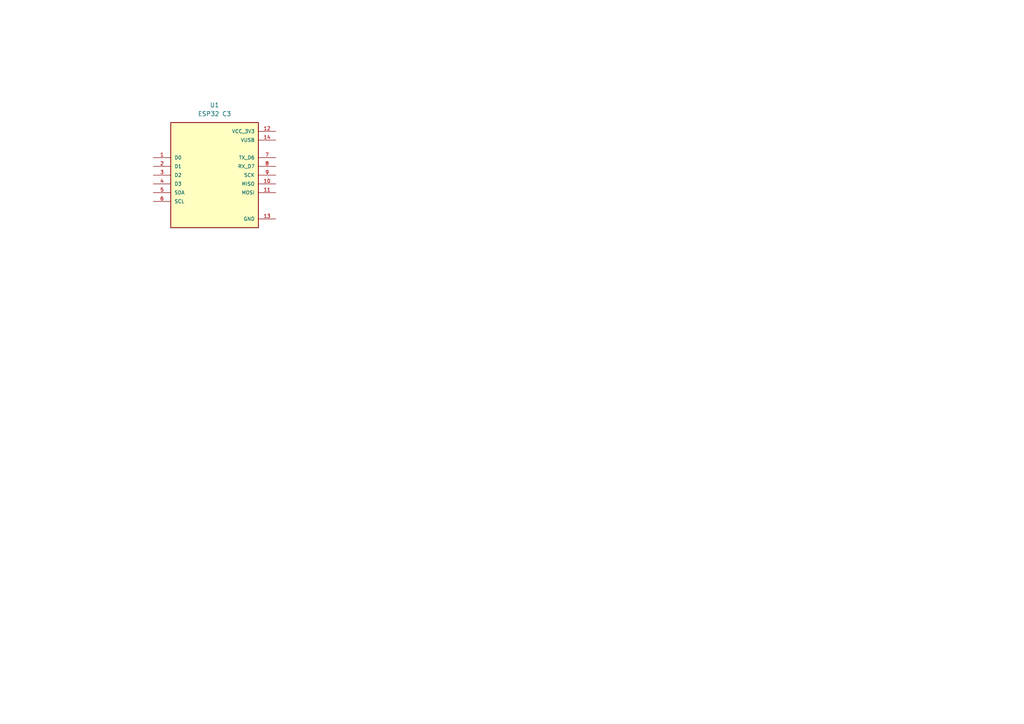
<source format=kicad_sch>
(kicad_sch (version 20250114) (generator "eeschema") (generator_version "9.0")
  (paper "A4")
  (lib_symbols
    (symbol "V2Miteout:ESP32_C3" (pin_names (offset 1.016))
      (property "Reference" "U" (at -12.7 16.002 0))
      (property "Value" "ESP32 C3" (at -12.7 -17.78 0))
      (symbol "ESP32_C3_0_0"
        (rectangle (start -12.7 15.24) (end 12.7 -15.24) (stroke (width 0.254)) (fill (type background)))
        (pin bidirectional line (at -17.78 5.08 0) (length 5.08) (name "D0") (number "1"))
        (pin bidirectional line (at -17.78 2.54 0) (length 5.08) (name "D1") (number "2"))
        (pin bidirectional line (at -17.78 0 0) (length 5.08) (name "D2") (number "3"))
        (pin bidirectional line (at -17.78 -2.54 0) (length 5.08) (name "D3") (number "4"))
        (pin power_in line (at 17.78 12.7 180) (length 5.08) (name "VCC_3V3") (number "12"))
        (pin bidirectional line (at 17.78 5.08 180) (length 5.08) (name "TX_D6") (number "7"))
        (pin bidirectional line (at 17.78 2.54 180) (length 5.08) (name "RX_D7") (number "8"))
        (pin power_in line (at 17.78 -12.7 180) (length 5.08) (name "GND") (number "13"))
      )
      (symbol "ESP32_C3_1_0"
        (pin bidirectional line (at -17.78 -5.08 0) (length 5.08) (name "SDA") (number "5"))
        (pin bidirectional line (at -17.78 -7.62 0) (length 5.08) (name "SCL") (number "6"))
        (pin power_in line (at 17.78 10.16 180) (length 5.08) (name "VUSB") (number "14"))
        (pin bidirectional line (at 17.78 0 180) (length 5.08) (name "SCK") (number "9"))
        (pin bidirectional line (at 17.78 -2.54 180) (length 5.08) (name "MISO") (number "10"))
        (pin bidirectional line (at 17.78 -5.08 180) (length 5.08) (name "MOSI") (number "11"))
      )
    )
  )
  (symbol (lib_id "V2Miteout:ESP32_C3") (at 62.23 50.8 0) (unit 1)
    (property "Reference" "U1" (at 62.23 30.48 0))
    (property "Value" "ESP32 C3" (at 62.23 33.02 0))
    (property "Footprint" "113991054:MODULE_113991054" (effects (hide yes)))
    (property "PARTREV" "23/05/2022" (effects (hide yes)))
    (property "MANUFACTURER" "Seeed Technology" (effects (hide yes)))
    (property "SNAPEDA_PN" "113991054" (effects (hide yes)))
    (property "MAXIMUM_PACKAGE_HEIGHT" "N/A" (effects (hide yes)))
    (property "STANDARD" "Manufacturer Recommendations" (effects (hide yes)))
  )
)
</source>
